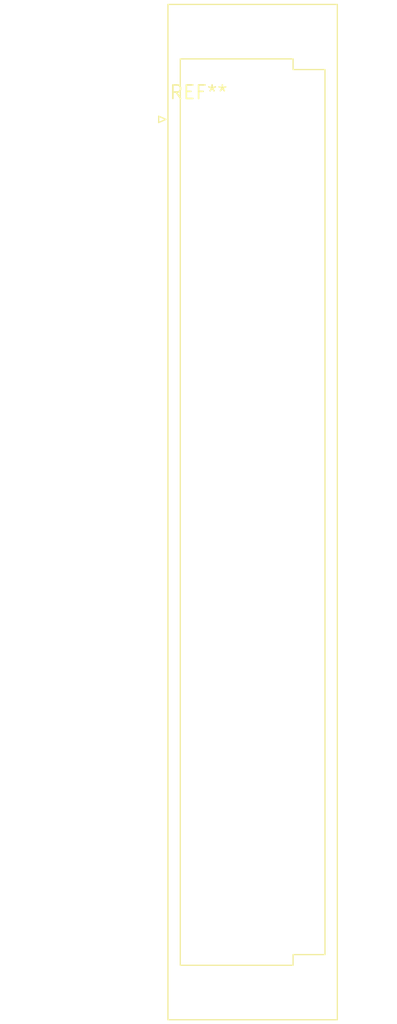
<source format=kicad_pcb>
(kicad_pcb (version 20240108) (generator pcbnew)
  (layers (0 "F.Cu" signal) (31 "B.Cu" signal) (34 "B.Paste" user) (35 "F.Paste" user) (36 "B.SilkS" user "B.Silkscreen") (37 "F.SilkS" user "F.Silkscreen") (38 "B.Mask" user) (39 "F.Mask" user) (44 "Edge.Cuts" user))
  (net 0 "")
  (footprint "DIN41612_E_3x16_Female_Vertical_THT" (layer "F.Cu") (at 0 0)
    (property "Reference" "REF**")
    (property "Value" "DIN41612_E_3x16_Female_Vertical_THT")
    (fp_line (start -3.75 2.24) (end -3.75 2.84) (layer "F.SilkS") (stroke (width 0.12)))
    (fp_line (start -3.75 2.84) (end -3.07 2.54) (layer "F.SilkS") (stroke (width 0.12)))
    (fp_line (start -3.07 2.54) (end -3.75 2.24) (layer "F.SilkS") (stroke (width 0.12)))
    (fp_line (start -2.88 -8.24) (end 13.04 -8.24) (layer "F.SilkS") (stroke (width 0.12)))
    (fp_line (start -2.88 86.98) (end -2.88 -8.24) (layer "F.SilkS") (stroke (width 0.12)))
    (fp_line (start -1.72 -3.131) (end 8.88 -3.131) (layer "F.SilkS") (stroke (width 0.12)))
    (fp_line (start -1.72 81.87) (end -1.72 -3.131) (layer "F.SilkS") (stroke (width 0.12)))
    (fp_line (start 8.88 -3.131) (end 8.88 -2.131) (layer "F.SilkS") (stroke (width 0.12)))
    (fp_line (start 8.88 -2.131) (end 11.88 -2.131) (layer "F.SilkS") (stroke (width 0.12)))
    (fp_line (start 8.88 80.87) (end 8.88 81.87) (layer "F.SilkS") (stroke (width 0.12)))
    (fp_line (start 8.88 81.87) (end -1.72 81.87) (layer "F.SilkS") (stroke (width 0.12)))
    (fp_line (start 11.88 -2.131) (end 11.88 80.87) (layer "F.SilkS") (stroke (width 0.12)))
    (fp_line (start 11.88 80.87) (end 8.88 80.87) (layer "F.SilkS") (stroke (width 0.12)))
    (fp_line (start 13.04 -8.24) (end 13.04 86.98) (layer "F.SilkS") (stroke (width 0.12)))
    (fp_line (start 13.04 86.98) (end -2.88 86.98) (layer "F.SilkS") (stroke (width 0.12)))
    (pad "" np_thru_hole circle (at 2.24 -5.63) (size 2.85 2.85) (drill 2.85) (layers *.Cu *.Mask))
    (pad "" np_thru_hole circle (at 2.24 84.37) (size 2.85 2.85) (drill 2.85) (layers *.Cu *.Mask))
    (pad "a2" thru_hole roundrect (at 0 2.54) (size 2.6 2.6) (drill 1.6) (layers *.Cu *.Mask) (remove_unused_layers) (roundrect_rratio 0.096154))
    (pad "a4" thru_hole circle (at 0 7.62) (size 2.6 2.6) (drill 1.6) (layers *.Cu *.Mask) (remove_unused_layers))
    (pad "a6" thru_hole circle (at 0 12.7) (size 2.6 2.6) (drill 1.6) (layers *.Cu *.Mask) (remove_unused_layers))
    (pad "a8" thru_hole circle (at 0 17.78) (size 2.6 2.6) (drill 1.6) (layers *.Cu *.Mask) (remove_unused_layers))
    (pad "a10" thru_hole circle (at 0 22.86) (size 2.6 2.6) (drill 1.6) (layers *.Cu *.Mask) (remove_unused_layers))
    (pad "a12" thru_hole circle (at 0 27.94) (size 2.6 2.6) (drill 1.6) (layers *.Cu *.Mask) (remove_unused_layers))
    (pad "a14" thru_hole circle (at 0 33.02) (size 2.6 2.6) (drill 1.6) (layers *.Cu *.Mask) (remove_unused_layers))
    (pad "a16" thru_hole circle (at 0 38.1) (size 2.6 2.6) (drill 1.6) (layers *.Cu *.Mask) (remove_unused_layers))
    (pad "a18" thru_hole circle (at 0 43.18) (size 2.6 2.6) (drill 1.6) (layers *.Cu *.Mask) (remove_unused_layers))
    (pad "a20" thru_hole circle (at 0 48.26) (size 2.6 2.6) (drill 1.6) (layers *.Cu *.Mask) (remove_unused_layers))
    (pad "a22" thru_hole circle (at 0 53.34) (size 2.6 2.6) (drill 1.6) (layers *.Cu *.Mask) (remove_unused_layers))
    (pad "a24" thru_hole circle (at 0 58.42) (size 2.6 2.6) (drill 1.6) (layers *.Cu *.Mask) (remove_unused_layers))
    (pad "a26" thru_hole circle (at 0 63.5) (size 2.6 2.6) (drill 1.6) (layers *.Cu *.Mask) (remove_unused_layers))
    (pad "a28" thru_hole circle (at 0 68.58) (size 2.6 2.6) (drill 1.6) (layers *.Cu *.Mask) (remove_unused_layers))
    (pad "a30" thru_hole circle (at 0 73.66) (size 2.6 2.6) (drill 1.6) (layers *.Cu *.Mask) (remove_unused_layers))
    (pad "a32" thru_hole circle (at 0 78.74) (size 2.6 2.6) (drill 1.6) (layers *.Cu *.Mask) (remove_unused_layers))
    (pad "c2" thru_hole circle (at 5.08 2.54) (size 2.6 2.6) (drill 1.6) (layers *.Cu *.Mask) (remove_unused_layers))
    (pad "c4" thru_hole circle (at 5.08 7.62) (size 2.6 2.6) (drill 1.6) (layers *.Cu *.Mask) (remove_unused_layers))
    (pad "c6" thru_hole circle (at 5.08 12.7) (size 2.6 2.6) (drill 1.6) (layers *.Cu *.Mask) (remove_unused_layers))
    (pad "c8" thru_hole circle (at 5.08 17.78) (size 2.6 2.6) (drill 1.6) (layers *.Cu *.Mask) (remove_unused_layers))
    (pad "c10" thru_hole circle (at 5.08 22.86) (size 2.6 2.6) (drill 1.6) (layers *.Cu *.Mask) (remove_unused_layers))
    (pad "c12" thru_hole circle (at 5.08 27.94) (size 2.6 2.6) (drill 1.6) (layers *.Cu *.Mask) (remove_unused_layers))
    (pad "c14" thru_hole circle (at 5.08 33.02) (size 2.6 2.6) (drill 1.6) (layers *.Cu *.Mask) (remove_unused_layers))
    (pad "c16" thru_hole circle (at 5.08 38.1) (size 2.6 2.6) (drill 1.6) (layers *.Cu *.Mask) (remove_unused_layers))
    (pad "c18" thru_hole circle (at 5.08 43.18) (size 2.6 2.6) (drill 1.6) (layers *.Cu *.Mask) (remove_unused_layers))
    (pad "c20" thru_hole circle (at 5.08 48.26) (size 2.6 2.6) (drill 1.6) (layers *.Cu *.Mask) (remove_unused_layers))
    (pad "c22" thru_hole circle (at 5.08 53.34) (size 2.6 2.6) (drill 1.6) (layers *.Cu *.Mask) (remove_unused_layers))
    (pad "c24" thru_hole circle (at 5.08 58.42) (size 2.6 2.6) (drill 1.6) (layers *.Cu *.Mask) (remove_unused_layers))
    (pad "c26" thru_hole circle (at 5.08 63.5) (size 2.6 2.6) (drill 1.6) (layers *.Cu *.Mask) (remove_unused_layers))
    (pad "c28" thru_hole circle (at 5.08 68.58) (size 2.6 2.6) (drill 1.6) (layers *.Cu *.Mask) (remove_unused_layers))
    (pad "c30" thru_hole circle (at 5.08 73.66) (size 2.6 2.6) (drill 1.6) (layers *.Cu *.Mask) (remove_unused_layers))
    (pad "c32" thru_hole circle (at 5.08 78.74) (size 2.6 2.6) (drill 1.6) (layers *.Cu *.Mask) (remove_unused_layers))
    (pad "e2" thru_hole circle (at 10.16 2.54) (size 2.6 2.6) (drill 1.6) (layers *.Cu *.Mask) (remove_unused_layers))
    (pad "e4" thru_hole circle (at 10.16 7.62) (size 2.6 2.6) (drill 1.6) (layers *.Cu *.Mask) (remove_unused_layers))
    (pad "e6" thru_hole circle (at 10.16 12.7) (size 2.6 2.6) (drill 1.6) (layers *.Cu *.Mask) (remove_unused_layers))
    (pad "e8" thru_hole circle (at 10.16 17.78) (size 2.6 2.6) (drill 1.6) (layers *.Cu *.Mask) (remove_unused_layers))
    (pad "e10" thru_hole circle (at 10.16 22.86) (size 2.6 2.6) (drill 1.6) (layers *.Cu *.Mask) (remove_unused_layers))
    (pad "e12" thru_hole circle (at 10.16 27.94) (size 2.6 2.6) (drill 1.6) (layers *.Cu *.Mask) (remove_unused_layers))
    (pad "e14" thru_hole circle (at 10.16 33.02) (size 2.6 2.6) (drill 1.6) (layers *.Cu *.Mask) (remove_unused_layers))
    (pad "e16" thru_hole circle (at 10.16 38.1) (size 2.6 2.6) (drill 1.6) (layers *.Cu *.Mask) (remove_unused_layers))
    (pad "e18" thru_hole circle (at 10.16 43.18) (size 2.6 2.6) (drill 1.6) (layers *.Cu *.Mask) (remove_unused_layers))
    (pad "e20" thru_hole circle (at 10.16 48.26) (size 2.6 2.6) (drill 1.6) (layers *.Cu *.Mask) (remove_unused_layers))
    (pad "e22" thru_hole circle (at 10.16 53.34) (size 2.6 2.6) (drill 1.6) (layers *.Cu *.Mask) (remove_unused_layers))
    (pad "e24" thru_hole circle (at 10.16 58.42) (size 2.6 2.6) (drill 1.6) (layers *.Cu *.Mask) (remove_unused_layers))
    (pad "e26" thru_hole circle (at 10.16 63.5) (size 2.6 2.6) (drill 1.6) (layers *.Cu *.Mask) (remove_unused_layers))
    (pad "e28" thru_hole circle (at 10.16 68.58) (size 2.6 2.6) (drill 1.6) (layers *.Cu *.Mask) (remove_unused_layers))
    (pad "e30" thru_hole circle (at 10.16 73.66) (size 2.6 2.6) (drill 1.6) (layers *.Cu *.Mask) (remove_unused_layers))
    (pad "e32" thru_hole circle (at 10.16 78.74) (size 2.6 2.6) (drill 1.6) (layers *.Cu *.Mask) (remove_unused_layers))
  )
)
</source>
